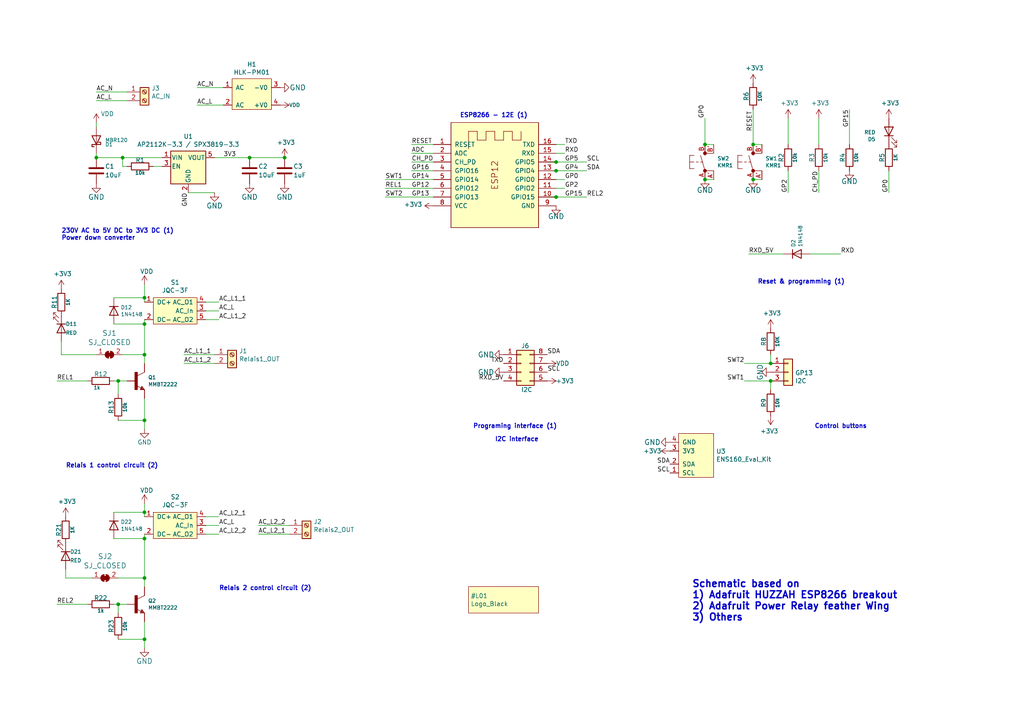
<source format=kicad_sch>
(kicad_sch (version 20230121) (generator eeschema)
  (paper "A4")
  (title_block (title "HSauto") (date "2020-12-21") (rev "6") (company "Chr.Friese"))
  (lib_symbols
    (symbol "AddOn_Tools:AP2127K-3.3-Regulator_Linear" (pin_names (offset 0.254))
      (property "Reference" "U" (at -5.08 5.715 0))
      (property "Value" "AP2127K-3.3-Regulator_Linear" (at 0 5.715 0))
      (symbol "AP2127K-3.3-Regulator_Linear_0_1"
        (rectangle (start -5.08 4.445) (end 5.08 -5.08) (stroke (width 0.254)) (fill (type background)))
      )
      (symbol "AP2127K-3.3-Regulator_Linear_1_1"
        (pin power_in line (at -7.62 2.54 0) (length 2.54) (name "VIN") (number "1"))
        (pin power_in line (at 0 -7.62 90) (length 2.54) (name "GND") (number "2"))
        (pin input line (at -7.62 0 0) (length 2.54) (name "EN") (number "3"))
        (pin no_connect line (at 7.62 0 180) (length 2.54) hide (name "NC") (number "4"))
        (pin power_out line (at 7.62 2.54 180) (length 2.54) (name "VOUT") (number "5"))
      )
    )
    (symbol "AddOn_Tools:ESP8266-12E" (pin_names (offset 1.016))
      (symbol "ESP8266-12E_1_0"
        (rectangle (start -12.7 15.24) (end 12.7 -15.24) (fill (type background)))
        (polyline (pts (xy -12.7 -15.24) (xy -12.7 15.24)))
        (polyline (pts (xy -7.62 7.62) (xy -7.62 12.7)))
        (polyline (pts (xy -7.62 12.7) (xy -5.08 12.7)))
        (polyline (pts (xy -5.08 10.16) (xy -2.54 10.16)))
        (polyline (pts (xy -5.08 12.7) (xy -5.08 10.16)))
        (polyline (pts (xy -2.54 10.16) (xy -2.54 12.7)))
        (polyline (pts (xy -2.54 12.7) (xy 0 12.7)))
        (polyline (pts (xy 0 10.16) (xy 2.54 10.16)))
        (polyline (pts (xy 0 12.7) (xy 0 10.16)))
        (polyline (pts (xy 2.54 10.16) (xy 2.54 12.7)))
        (polyline (pts (xy 2.54 12.7) (xy 5.08 12.7)))
        (polyline (pts (xy 5.08 10.16) (xy 7.62 10.16)))
        (polyline (pts (xy 5.08 12.7) (xy 5.08 10.16)))
        (polyline (pts (xy 7.62 10.16) (xy 7.62 12.7)))
        (polyline (pts (xy 12.7 -15.24) (xy -12.7 -15.24)))
        (polyline (pts (xy 12.7 15.24) (xy 12.7 -15.24)))
        (text "ESP12" (at 0 0 900) (effects (font (size 1.778 1.778))))
        (pin input line (at -17.78 8.89 0) (length 5.08) (name "RESET") (number "1"))
        (pin bidirectional line (at 17.78 -6.35 180) (length 5.08) (name "GPIO15") (number "10"))
        (pin bidirectional line (at 17.78 -3.81 180) (length 5.08) (name "GPIO2") (number "11"))
        (pin bidirectional line (at 17.78 -1.27 180) (length 5.08) (name "GPIO0") (number "12"))
        (pin bidirectional line (at 17.78 1.27 180) (length 5.08) (name "GPIO4") (number "13"))
        (pin bidirectional line (at 17.78 3.81 180) (length 5.08) (name "GPIO5") (number "14"))
        (pin input line (at 17.78 6.35 180) (length 5.08) (name "RXD") (number "15"))
        (pin output line (at 17.78 8.89 180) (length 5.08) (name "TXD") (number "16"))
        (pin passive line (at -17.78 6.35 0) (length 5.08) (name "ADC") (number "2"))
        (pin input line (at -17.78 3.81 0) (length 5.08) (name "CH_PD") (number "3"))
        (pin bidirectional line (at -17.78 1.27 0) (length 5.08) (name "GPIO16") (number "4"))
        (pin bidirectional line (at -17.78 -1.27 0) (length 5.08) (name "GPIO14") (number "5"))
        (pin bidirectional line (at -17.78 -3.81 0) (length 5.08) (name "GPIO12") (number "6"))
        (pin bidirectional line (at -17.78 -6.35 0) (length 5.08) (name "GPIO13") (number "7"))
        (pin power_in line (at -17.78 -8.89 0) (length 5.08) (name "VCC") (number "8"))
        (pin power_in line (at 17.78 -8.89 180) (length 5.08) (name "GND") (number "9"))
      )
    )
    (symbol "AddOn_Tools:HLK-PM01-JQC-3F" (pin_names (offset 1.016))
      (property "Reference" "H" (at 0 0 0))
      (property "Value" "HLK-PM01-JQC-3F" (at 0 0 0))
      (symbol "HLK-PM01-JQC-3F_0_1"
        (rectangle (start -5.08 -1.27) (end 6.35 -10.16) (fill (type background)))
      )
      (symbol "HLK-PM01-JQC-3F_1_1"
        (pin input line (at -7.62 -3.81 0) (length 2.54) (name "AC") (number "1"))
        (pin input line (at -7.62 -8.89 0) (length 2.54) (name "AC") (number "2"))
        (pin output line (at 8.89 -3.81 180) (length 2.54) (name "-V0") (number "3"))
        (pin output line (at 8.89 -8.89 180) (length 2.54) (name "+V0") (number "4"))
      )
    )
    (symbol "AddOn_Tools:HS108_Logo_Black" (power) (pin_names (offset 1.016))
      (property "Reference" "#L01" (at 0.635 1.1684 0))
      (property "Value" "HS108_Logo_Black" (at 0.635 -1.143 0))
      (symbol "HS108_Logo_Black_1_1"
        (rectangle (start 0 3.81) (end 20.32 -3.81) (fill (type background)))
      )
    )
    (symbol "AddOn_Tools:JQC-3F-JQC-3F" (pin_names (offset 1.016))
      (property "Reference" "J" (at 0 0 0))
      (property "Value" "JQC-3F-JQC-3F" (at 0 0 0))
      (symbol "JQC-3F-JQC-3F_0_1"
        (rectangle (start -2.54 -2.54) (end 10.16 -10.16) (fill (type background)))
      )
      (symbol "JQC-3F-JQC-3F_1_1"
        (pin input line (at -5.08 -3.81 0) (length 2.54) (name "DC+") (number "1"))
        (pin input line (at -5.08 -8.89 0) (length 2.54) (name "DC-") (number "2"))
        (pin input line (at 12.7 -6.35 180) (length 2.54) (name "AC_In") (number "3"))
        (pin output line (at 12.7 -3.81 180) (length 2.54) (name "AC_O1") (number "4"))
        (pin output line (at 12.7 -8.89 180) (length 2.54) (name "AC_O2") (number "5"))
      )
    )
    (symbol "AddOn_Tools:MMBT2222" (pin_names (offset 1.016))
      (property "Reference" "Q2" (at 1.0414 1.016 0))
      (property "Value" "MMBT2222" (at 1.0414 -0.9906 0))
      (symbol "MMBT2222_1_0"
        (rectangle (start -2.794 -2.54) (end -2.032 2.54) (fill (type outline)))
        (polyline (pts (xy -1.27 -2.54) (xy -0.762 -1.524)))
        (polyline (pts (xy -1.016 -2.413) (xy -0.254 -2.413)))
        (polyline (pts (xy -1.016 -2.286) (xy -0.635 -2.286)))
        (polyline (pts (xy -0.9906 -2.032) (xy -2.2098 -1.4224)))
        (polyline (pts (xy -0.762 -1.778) (xy -1.016 -2.286)))
        (polyline (pts (xy -0.762 -1.524) (xy 0 -2.54)))
        (polyline (pts (xy -0.635 -2.286) (xy -0.762 -2.032)))
        (polyline (pts (xy -0.254 -2.413) (xy -0.762 -1.778)))
        (polyline (pts (xy 0 -2.54) (xy -1.27 -2.54)))
        (polyline (pts (xy 0 2.54) (xy -2.032 1.524)))
        (pin passive line (at -5.08 0 0) (length 2.54) (name "B") (number "1"))
        (pin passive line (at 0 -5.08 90) (length 2.54) (name "E") (number "2"))
        (pin passive line (at 0 5.08 270) (length 2.54) (name "C") (number "3"))
      )
    )
    (symbol "AddOn_Tools:SWITCH_TACT_SMT4.6X2.8" (pin_names (offset 1.016))
      (property "Reference" "SW" (at -2.54 6.35 0))
      (property "Value" "SWITCH_TACT_SMT4.6X2.8" (at -2.54 -5.08 0))
      (symbol "SWITCH_TACT_SMT4.6X2.8_1_0"
        (circle (center -2.54 0) (radius 0.127) (stroke (width 0.4064)))
        (polyline (pts (xy -2.54 -2.54) (xy -2.54 0)))
        (polyline (pts (xy -2.54 0) (xy 1.905 1.27)))
        (polyline (pts (xy -1.905 4.445) (xy -1.905 3.175)))
        (polyline (pts (xy 0 1.27) (xy 0 0.635)))
        (polyline (pts (xy 0 2.54) (xy 0 1.905)))
        (polyline (pts (xy 0 4.445) (xy -1.905 4.445)))
        (polyline (pts (xy 0 4.445) (xy 0 3.175)))
        (polyline (pts (xy 1.905 0) (xy 2.54 0)))
        (polyline (pts (xy 1.905 4.445) (xy 0 4.445)))
        (polyline (pts (xy 1.905 4.445) (xy 1.905 3.175)))
        (polyline (pts (xy 2.54 -2.54) (xy 2.54 0)))
        (circle (center 2.54 0) (radius 0.127) (stroke (width 0.4064)))
        (pin passive line (at -5.08 0 0) (length 2.54) (name "P") (number "A"))
        (pin passive line (at -5.08 -2.54 0) (length 2.54) (name "P1") (number "A'"))
        (pin passive line (at 5.08 0 180) (length 2.54) (name "S") (number "B"))
        (pin passive line (at 5.08 -2.54 180) (length 2.54) (name "S1") (number "B'"))
      )
    )
    (symbol "AddOn_Tools:ScioSense_ENS160_Eval_Kit" (pin_names (offset 1.016))
      (property "Reference" "U" (at 0 -12.7 0))
      (property "Value" "ScioSense_ENS160_Eval_Kit" (at 1.27 13.97 0))
      (symbol "ScioSense_ENS160_Eval_Kit_0_1"
        (rectangle (start -5.08 -6.35) (end 5.08 6.35) (fill (type background)))
      )
      (symbol "ScioSense_ENS160_Eval_Kit_1_1"
        (pin bidirectional line (at -7.62 -5.08 0) (length 2.54) (name "SCL") (number "1"))
        (pin bidirectional line (at -7.62 -2.54 0) (length 2.54) (name "SDA") (number "2"))
        (pin bidirectional line (at -7.62 1.27 0) (length 2.54) (name "3V3") (number "3"))
        (pin bidirectional line (at -7.62 3.81 0) (length 2.54) (name "GND") (number "4"))
      )
    )
    (symbol "Connector:Screw_Terminal_01x02" (pin_names (offset 1.016) hide)
      (property "Reference" "J" (at 0 2.54 0))
      (property "Value" "Screw_Terminal_01x02" (at 0 -5.08 0))
      (symbol "Screw_Terminal_01x02_1_1"
        (rectangle (start -1.27 1.27) (end 1.27 -3.81) (stroke (width 0.254)) (fill (type background)))
        (circle (center 0 -2.54) (radius 0.635) (stroke (width 0.1524)))
        (polyline (pts (xy -0.5334 -2.2098) (xy 0.3302 -3.048)) (stroke (width 0.1524)))
        (polyline (pts (xy -0.5334 0.3302) (xy 0.3302 -0.508)) (stroke (width 0.1524)))
        (polyline (pts (xy -0.3556 -2.032) (xy 0.508 -2.8702)) (stroke (width 0.1524)))
        (polyline (pts (xy -0.3556 0.508) (xy 0.508 -0.3302)) (stroke (width 0.1524)))
        (circle (center 0 0) (radius 0.635) (stroke (width 0.1524)))
        (pin passive line (at -5.08 0 0) (length 3.81) (name "Pin_1") (number "1"))
        (pin passive line (at -5.08 -2.54 0) (length 3.81) (name "Pin_2") (number "2"))
      )
    )
    (symbol "Connector_Generic:Conn_01x03" (pin_names (offset 1.016) hide)
      (property "Reference" "J" (at 0 5.08 0))
      (property "Value" "Conn_01x03" (at 0 -5.08 0))
      (symbol "Conn_01x03_1_1"
        (rectangle (start -1.27 -2.413) (end 0 -2.667) (stroke (width 0.1524)))
        (rectangle (start -1.27 0.127) (end 0 -0.127) (stroke (width 0.1524)))
        (rectangle (start -1.27 2.667) (end 0 2.413) (stroke (width 0.1524)))
        (rectangle (start -1.27 3.81) (end 1.27 -3.81) (stroke (width 0.254)) (fill (type background)))
        (pin passive line (at -5.08 2.54 0) (length 3.81) (name "Pin_1") (number "1"))
        (pin passive line (at -5.08 0 0) (length 3.81) (name "Pin_2") (number "2"))
        (pin passive line (at -5.08 -2.54 0) (length 3.81) (name "Pin_3") (number "3"))
      )
    )
    (symbol "Connector_Generic:Conn_02x04_Counter_Clockwise" (pin_names (offset 1.016) hide)
      (property "Reference" "J" (at 1.27 5.08 0))
      (property "Value" "Conn_02x04_Counter_Clockwise" (at 1.27 -7.62 0))
      (symbol "Conn_02x04_Counter_Clockwise_1_1"
        (rectangle (start -1.27 -4.953) (end 0 -5.207) (stroke (width 0.1524)))
        (rectangle (start -1.27 -2.413) (end 0 -2.667) (stroke (width 0.1524)))
        (rectangle (start -1.27 0.127) (end 0 -0.127) (stroke (width 0.1524)))
        (rectangle (start -1.27 2.667) (end 0 2.413) (stroke (width 0.1524)))
        (rectangle (start -1.27 3.81) (end 3.81 -6.35) (stroke (width 0.254)) (fill (type background)))
        (rectangle (start 3.81 -4.953) (end 2.54 -5.207) (stroke (width 0.1524)))
        (rectangle (start 3.81 -2.413) (end 2.54 -2.667) (stroke (width 0.1524)))
        (rectangle (start 3.81 0.127) (end 2.54 -0.127) (stroke (width 0.1524)))
        (rectangle (start 3.81 2.667) (end 2.54 2.413) (stroke (width 0.1524)))
        (pin passive line (at -5.08 2.54 0) (length 3.81) (name "Pin_1") (number "1"))
        (pin passive line (at -5.08 0 0) (length 3.81) (name "Pin_2") (number "2"))
        (pin passive line (at -5.08 -2.54 0) (length 3.81) (name "Pin_3") (number "3"))
        (pin passive line (at -5.08 -5.08 0) (length 3.81) (name "Pin_4") (number "4"))
        (pin passive line (at 7.62 -5.08 180) (length 3.81) (name "Pin_5") (number "5"))
        (pin passive line (at 7.62 -2.54 180) (length 3.81) (name "Pin_6") (number "6"))
        (pin passive line (at 7.62 0 180) (length 3.81) (name "Pin_7") (number "7"))
        (pin passive line (at 7.62 2.54 180) (length 3.81) (name "Pin_8") (number "8"))
      )
    )
    (symbol "Device:C" (pin_numbers hide) (pin_names (offset 0.254))
      (property "Reference" "C" (at 0.635 2.54 0))
      (property "Value" "C" (at 0.635 -2.54 0))
      (symbol "C_0_1"
        (polyline (pts (xy -2.032 -0.762) (xy 2.032 -0.762)) (stroke (width 0.508)))
        (polyline (pts (xy -2.032 0.762) (xy 2.032 0.762)) (stroke (width 0.508)))
      )
      (symbol "C_1_1"
        (pin passive line (at 0 3.81 270) (length 2.794) (name "~") (number "1"))
        (pin passive line (at 0 -3.81 90) (length 2.794) (name "~") (number "2"))
      )
    )
    (symbol "Device:D" (pin_numbers hide) (pin_names (offset 1.016) hide)
      (property "Reference" "D" (at 0 2.54 0))
      (property "Value" "D" (at 0 -2.54 0))
      (symbol "D_0_1"
        (polyline (pts (xy -1.27 1.27) (xy -1.27 -1.27)) (stroke (width 0.254)))
        (polyline (pts (xy 1.27 0) (xy -1.27 0)))
        (polyline (pts (xy 1.27 1.27) (xy 1.27 -1.27) (xy -1.27 0) (xy 1.27 1.27)) (stroke (width 0.254)))
      )
      (symbol "D_1_1"
        (pin passive line (at -3.81 0 0) (length 2.54) (name "K") (number "1"))
        (pin passive line (at 3.81 0 180) (length 2.54) (name "A") (number "2"))
      )
    )
    (symbol "Device:D_Schottky" (pin_numbers hide) (pin_names (offset 1.016) hide)
      (property "Reference" "D" (at 0 2.54 0))
      (property "Value" "D_Schottky" (at 0 -2.54 0))
      (symbol "D_Schottky_0_1"
        (polyline (pts (xy 1.27 0) (xy -1.27 0)))
        (polyline (pts (xy 1.27 1.27) (xy 1.27 -1.27) (xy -1.27 0) (xy 1.27 1.27)) (stroke (width 0.254)))
        (polyline (pts (xy -1.905 0.635) (xy -1.905 1.27) (xy -1.27 1.27) (xy -1.27 -1.27) (xy -0.635 -1.27) (xy -0.635 -0.635)) (stroke (width 0.254)))
      )
      (symbol "D_Schottky_1_1"
        (pin passive line (at -3.81 0 0) (length 2.54) (name "K") (number "1"))
        (pin passive line (at 3.81 0 180) (length 2.54) (name "A") (number "2"))
      )
    )
    (symbol "Device:LED" (pin_numbers hide) (pin_names (offset 1.016) hide)
      (property "Reference" "D" (at 0 2.54 0))
      (property "Value" "LED" (at 0 -2.54 0))
      (symbol "LED_0_1"
        (polyline (pts (xy -1.27 -1.27) (xy -1.27 1.27)) (stroke (width 0.254)))
        (polyline (pts (xy -1.27 0) (xy 1.27 0)))
        (polyline (pts (xy 1.27 -1.27) (xy 1.27 1.27) (xy -1.27 0) (xy 1.27 -1.27)) (stroke (width 0.254)))
        (polyline (pts (xy -3.048 -0.762) (xy -4.572 -2.286) (xy -3.81 -2.286) (xy -4.572 -2.286) (xy -4.572 -1.524)))
        (polyline (pts (xy -1.778 -0.762) (xy -3.302 -2.286) (xy -2.54 -2.286) (xy -3.302 -2.286) (xy -3.302 -1.524)))
      )
      (symbol "LED_1_1"
        (pin passive line (at -3.81 0 0) (length 2.54) (name "K") (number "1"))
        (pin passive line (at 3.81 0 180) (length 2.54) (name "A") (number "2"))
      )
    )
    (symbol "Device:R" (pin_numbers hide) (pin_names (offset 0))
      (property "Reference" "R" (at 2.032 0 90))
      (property "Value" "R" (at 0 0 90))
      (symbol "R_0_1"
        (rectangle (start -1.016 -2.54) (end 1.016 2.54) (stroke (width 0.254)))
      )
      (symbol "R_1_1"
        (pin passive line (at 0 3.81 270) (length 1.27) (name "~") (number "1"))
        (pin passive line (at 0 -3.81 90) (length 1.27) (name "~") (number "2"))
      )
    )
    (symbol "Jumper:SolderJumper_2_Bridged" (pin_names (offset 0) hide)
      (property "Reference" "JP" (at 0 2.032 0))
      (property "Value" "SolderJumper_2_Bridged" (at 0 -2.54 0))
      (symbol "SolderJumper_2_Bridged_0_1"
        (rectangle (start -0.508 0.508) (end 0.508 -0.508) (fill (type outline)))
        (arc (start -0.254 1.016) (mid -1.2656 0) (end -0.254 -1.016))
        (arc (start -0.254 1.016) (mid -1.2656 0) (end -0.254 -1.016) (fill (type outline)))
        (polyline (pts (xy -0.254 1.016) (xy -0.254 -1.016)))
        (polyline (pts (xy 0.254 1.016) (xy 0.254 -1.016)))
        (arc (start 0.254 -1.016) (mid 1.2656 0) (end 0.254 1.016))
        (arc (start 0.254 -1.016) (mid 1.2656 0) (end 0.254 1.016) (fill (type outline)))
      )
      (symbol "SolderJumper_2_Bridged_1_1"
        (pin passive line (at -3.81 0 0) (length 2.54) (name "A") (number "1"))
        (pin passive line (at 3.81 0 180) (length 2.54) (name "B") (number "2"))
      )
    )
    (symbol "power:+3V3" (power) (pin_names (offset 0))
      (property "Value" "+3V3" (at 0 3.556 0))
      (symbol "+3V3_0_1"
        (polyline (pts (xy -0.762 1.27) (xy 0 2.54)))
        (polyline (pts (xy 0 0) (xy 0 2.54)))
        (polyline (pts (xy 0 2.54) (xy 0.762 1.27)))
      )
      (symbol "+3V3_1_1"
        (pin power_in line (at 0 0 90) (length 0) hide (name "+3V3") (number "1"))
      )
    )
    (symbol "power:GND" (power) (pin_names (offset 0))
      (property "Value" "GND" (at 0 -3.81 0))
      (symbol "GND_0_1"
        (polyline (pts (xy 0 0) (xy 0 -1.27) (xy 1.27 -1.27) (xy 0 -2.54) (xy -1.27 -1.27) (xy 0 -1.27)))
      )
      (symbol "GND_1_1"
        (pin power_in line (at 0 0 270) (length 0) hide (name "GND") (number "1"))
      )
    )
    (symbol "power:VDD" (power) (pin_names (offset 0))
      (property "Value" "VDD" (at 0 3.81 0))
      (symbol "VDD_0_1"
        (polyline (pts (xy -0.762 1.27) (xy 0 2.54)))
        (polyline (pts (xy 0 0) (xy 0 2.54)))
        (polyline (pts (xy 0 2.54) (xy 0.762 1.27)))
      )
      (symbol "VDD_1_1"
        (pin power_in line (at 0 0 90) (length 0) hide (name "VDD") (number "1"))
      )
    )
  )
  (junction (at 41.91 185.42))
  (junction (at 161.29 57.15))
  (junction (at 41.91 148.59))
  (junction (at 82.55 45.72))
  (junction (at 161.29 49.53))
  (junction (at 41.91 93.98))
  (junction (at 41.91 156.21))
  (junction (at 218.44 52.07))
  (junction (at 35.56 45.72))
  (junction (at 218.44 41.91))
  (junction (at 41.91 86.36))
  (junction (at 41.91 167.64))
  (junction (at 223.52 105.41))
  (junction (at 34.29 175.26))
  (junction (at 34.29 110.49))
  (junction (at 27.94 45.72))
  (junction (at 204.47 41.91))
  (junction (at 41.91 121.92))
  (junction (at 223.52 110.49))
  (junction (at 72.39 45.72))
  (junction (at 41.91 102.87))
  (junction (at 204.47 52.07))
  (junction (at 161.29 46.99))
  (wire (pts (xy 27.94 36.83) (xy 27.94 35.56)))
  (wire (pts (xy 158.75 46.99) (xy 161.29 46.99)))
  (wire (pts (xy 161.29 49.53) (xy 170.18 49.53)))
  (wire (pts (xy 125.73 49.53) (xy 119.38 49.53)))
  (wire (pts (xy 74.93 152.4) (xy 83.82 152.4)))
  (wire (pts (xy 41.91 93.98) (xy 41.91 102.87)))
  (wire (pts (xy 125.73 46.99) (xy 119.38 46.99)))
  (wire (pts (xy 34.29 114.3) (xy 34.29 110.49)))
  (wire (pts (xy 19.05 167.64) (xy 26.67 167.64)))
  (wire (pts (xy 59.69 87.63) (xy 63.5 87.63)))
  (wire (pts (xy 223.52 113.03) (xy 223.52 110.49)))
  (wire (pts (xy 41.91 148.59) (xy 41.91 149.86)))
  (wire (pts (xy 41.91 187.96) (xy 41.91 185.42)))
  (wire (pts (xy 59.69 90.17) (xy 63.5 90.17)))
  (wire (pts (xy 41.91 156.21) (xy 33.02 156.21)))
  (wire (pts (xy 27.94 45.72) (xy 35.56 45.72)))
  (wire (pts (xy 36.83 48.26) (xy 35.56 48.26)))
  (wire (pts (xy 35.56 45.72) (xy 46.99 45.72)))
  (wire (pts (xy 57.15 25.4) (xy 64.77 25.4)))
  (wire (pts (xy 35.56 102.87) (xy 41.91 102.87)))
  (wire (pts (xy 17.78 102.87) (xy 27.94 102.87)))
  (wire (pts (xy 62.23 105.41) (xy 53.34 105.41)))
  (wire (pts (xy 111.76 52.07) (xy 125.73 52.07)))
  (wire (pts (xy 72.39 45.72) (xy 82.55 45.72)))
  (wire (pts (xy 62.23 45.72) (xy 72.39 45.72)))
  (wire (pts (xy 57.15 30.48) (xy 64.77 30.48)))
  (wire (pts (xy 237.49 49.53) (xy 237.49 55.88)))
  (wire (pts (xy 27.94 29.21) (xy 36.83 29.21)))
  (wire (pts (xy 41.91 121.92) (xy 41.91 115.57)))
  (wire (pts (xy 35.56 48.26) (xy 35.56 45.72)))
  (wire (pts (xy 62.23 102.87) (xy 53.34 102.87)))
  (wire (pts (xy 34.29 175.26) (xy 34.29 177.8)))
  (wire (pts (xy 59.69 152.4) (xy 63.5 152.4)))
  (wire (pts (xy 41.91 167.64) (xy 41.91 170.18)))
  (wire (pts (xy 204.47 52.07) (xy 207.01 52.07)))
  (wire (pts (xy 218.44 31.75) (xy 218.44 41.91)))
  (wire (pts (xy 234.95 73.66) (xy 243.84 73.66)))
  (wire (pts (xy 34.29 167.64) (xy 41.91 167.64)))
  (wire (pts (xy 16.51 175.26) (xy 25.4 175.26)))
  (wire (pts (xy 59.69 149.86) (xy 63.5 149.86)))
  (wire (pts (xy 41.91 124.46) (xy 41.91 121.92)))
  (wire (pts (xy 215.9 105.41) (xy 223.52 105.41)))
  (wire (pts (xy 246.38 31.75) (xy 246.38 41.91)))
  (wire (pts (xy 158.75 49.53) (xy 161.29 49.53)))
  (wire (pts (xy 204.47 41.91) (xy 207.01 41.91)))
  (wire (pts (xy 163.83 41.91) (xy 161.29 41.91)))
  (wire (pts (xy 54.61 55.88) (xy 62.23 55.88)))
  (wire (pts (xy 161.29 54.61) (xy 163.83 54.61)))
  (wire (pts (xy 34.29 185.42) (xy 41.91 185.42)))
  (wire (pts (xy 125.73 41.91) (xy 119.38 41.91)))
  (wire (pts (xy 218.44 52.07) (xy 220.98 52.07)))
  (wire (pts (xy 257.81 49.53) (xy 257.81 55.88)))
  (wire (pts (xy 41.91 92.71) (xy 41.91 93.98)))
  (wire (pts (xy 33.02 93.98) (xy 41.91 93.98)))
  (wire (pts (xy 41.91 102.87) (xy 41.91 105.41)))
  (wire (pts (xy 204.47 41.91) (xy 204.47 34.29)))
  (wire (pts (xy 59.69 154.94) (xy 63.5 154.94)))
  (wire (pts (xy 217.17 73.66) (xy 227.33 73.66)))
  (wire (pts (xy 41.91 86.36) (xy 41.91 87.63)))
  (wire (pts (xy 161.29 46.99) (xy 170.18 46.99)))
  (wire (pts (xy 111.76 54.61) (xy 125.73 54.61)))
  (wire (pts (xy 228.6 34.29) (xy 228.6 41.91)))
  (wire (pts (xy 27.94 44.45) (xy 27.94 45.72)))
  (wire (pts (xy 161.29 52.07) (xy 163.83 52.07)))
  (wire (pts (xy 41.91 185.42) (xy 41.91 180.34)))
  (wire (pts (xy 237.49 34.29) (xy 237.49 41.91)))
  (wire (pts (xy 41.91 156.21) (xy 41.91 167.64)))
  (wire (pts (xy 27.94 26.67) (xy 36.83 26.67)))
  (wire (pts (xy 119.38 44.45) (xy 125.73 44.45)))
  (wire (pts (xy 34.29 110.49) (xy 36.83 110.49)))
  (wire (pts (xy 215.9 110.49) (xy 223.52 110.49)))
  (wire (pts (xy 111.76 57.15) (xy 125.73 57.15)))
  (wire (pts (xy 44.45 48.26) (xy 46.99 48.26)))
  (wire (pts (xy 34.29 121.92) (xy 41.91 121.92)))
  (wire (pts (xy 33.02 110.49) (xy 34.29 110.49)))
  (wire (pts (xy 41.91 82.55) (xy 41.91 86.36)))
  (wire (pts (xy 34.29 175.26) (xy 33.02 175.26)))
  (wire (pts (xy 161.29 57.15) (xy 170.18 57.15)))
  (wire (pts (xy 41.91 146.05) (xy 41.91 148.59)))
  (wire (pts (xy 16.51 110.49) (xy 25.4 110.49)))
  (wire (pts (xy 19.05 165.1) (xy 19.05 167.64)))
  (wire (pts (xy 228.6 49.53) (xy 228.6 55.88)))
  (wire (pts (xy 158.75 57.15) (xy 161.29 57.15)))
  (wire (pts (xy 59.69 92.71) (xy 63.5 92.71)))
  (wire (pts (xy 74.93 154.94) (xy 83.82 154.94)))
  (wire (pts (xy 41.91 154.94) (xy 41.91 156.21)))
  (wire (pts (xy 223.52 102.87) (xy 223.52 105.41)))
  (wire (pts (xy 161.29 44.45) (xy 163.83 44.45)))
  (wire (pts (xy 33.02 86.36) (xy 41.91 86.36)))
  (wire (pts (xy 34.29 175.26) (xy 36.83 175.26)))
  (wire (pts (xy 218.44 41.91) (xy 220.98 41.91)))
  (wire (pts (xy 41.91 148.59) (xy 33.02 148.59)))
  (wire (pts (xy 17.78 99.06) (xy 17.78 102.87)))
  (text "Control buttons" (at 236.22 124.46 0) (effects (font (size 1.27 1.27) (thickness 0.254) bold) (justify left bottom)))
  (text "230V AC to 5V DC to 3V3 DC (1)\nPower down converter\n" (at 17.78 69.85 0) (effects (font (size 1.27 1.27) (thickness 0.254) bold) (justify left bottom)))
  (text "Relais 2 control circuit (2)" (at 63.5 171.45 0) (effects (font (size 1.27 1.27) (thickness 0.254) bold) (justify left bottom)))
  (text "Relais 1 control circuit (2)\n" (at 19.05 135.89 0) (effects (font (size 1.27 1.27) (thickness 0.254) bold) (justify left bottom)))
  (text "ESP8266 - 12E (1)" (at 133.35 34.29 0) (effects (font (size 1.27 1.27) (thickness 0.254) bold) (justify left bottom)))
  (text "I2C interface" (at 143.51 128.27 0) (effects (font (size 1.27 1.27) (thickness 0.254) bold) (justify left bottom)))
  (text "Reset & programming (1)\n" (at 219.71 82.55 0) (effects (font (size 1.27 1.27) (thickness 0.254) bold) (justify left bottom)))
  (text "Programing interface (1)" (at 137.16 124.46 0) (effects (font (size 1.27 1.27) (thickness 0.254) bold) (justify left bottom)))
  (text "Schematic based on\n1) Adafruit HUZZAH ESP8266 breakout\n2) Adafruit Power Relay feather Wing\n3) Others" (at 200.66 180.34 0) (effects (font (size 2.0066 2.0066) (thickness 0.4013) bold) (justify left bottom)))
  (label "SWT2" (at 111.76 57.15 0))
  (label "AC_L2_1" (at 63.5 149.86 0))
  (label "AC_L2_2" (at 74.93 152.4 0))
  (label "GP13" (at 119.38 57.15 0))
  (label "REL2" (at 170.18 57.15 0))
  (label "AC_L1_2" (at 53.34 105.41 0))
  (label "GP14" (at 119.38 52.07 0))
  (label "AC_L" (at 57.15 30.48 0))
  (label "SDA" (at 194.31 134.62 180))
  (label "ADC" (at 119.38 44.45 0))
  (label "SWT1" (at 215.9 110.49 180))
  (label "GND" (at 54.61 55.88 270))
  (label "SWT2" (at 215.9 105.41 180))
  (label "RXD_5V" (at 217.17 73.66 0))
  (label "TXD" (at 163.83 41.91 0))
  (label "GP16" (at 119.38 49.53 0))
  (label "RXD" (at 163.83 44.45 0))
  (label "SCL" (at 170.18 46.99 0))
  (label "AC_N" (at 27.94 26.67 0))
  (label "REL1" (at 111.76 54.61 0))
  (label "SDA" (at 158.75 102.87 0))
  (label "SCL" (at 194.31 137.16 180))
  (label "SCL" (at 158.75 107.95 0))
  (label "GP2" (at 228.6 55.88 90))
  (label "GP0" (at 204.47 34.29 90))
  (label "AC_L" (at 27.94 29.21 0))
  (label "CH_PD" (at 119.38 46.99 0))
  (label "GP2" (at 163.83 54.61 0))
  (label "SWT1" (at 111.76 52.07 0))
  (label "RESET" (at 119.38 41.91 0))
  (label "GP0" (at 257.81 55.88 90))
  (label "AC_L2_1" (at 74.93 154.94 0))
  (label "CH_PD" (at 237.49 55.88 90))
  (label "SDA" (at 170.18 49.53 0))
  (label "RXD" (at 243.84 73.66 0))
  (label "GP15" (at 246.38 31.75 270))
  (label "AC_N" (at 57.15 25.4 0))
  (label "AC_L1_2" (at 63.5 92.71 0))
  (label "3V3" (at 64.77 45.72 0))
  (label "GP5" (at 163.83 46.99 0))
  (label "REL2" (at 16.51 175.26 0))
  (label "AC_L1_1" (at 53.34 102.87 0))
  (label "RESET" (at 218.44 38.1 90))
  (label "GP4" (at 163.83 49.53 0))
  (label "RXD_5V" (at 146.05 110.49 180))
  (label "AC_L2_2" (at 63.5 154.94 0))
  (label "AC_L" (at 63.5 152.4 0))
  (label "TXD" (at 146.05 105.41 180))
  (label "REL1" (at 16.51 110.49 0))
  (label "GP15" (at 163.83 57.15 0))
  (label "GP12" (at 119.38 54.61 0))
  (label "AC_L" (at 63.5 90.17 0))
  (label "GP0" (at 163.83 52.07 0))
  (label "AC_L1_1" (at 63.5 87.63 0))
  (symbol (lib_id "AddOn_Tools:JQC-3F-JQC-3F") (at 46.99 83.82 0) (unit 1)
    (property "Reference" "S1" (at 50.8 81.915 0))
    (property "Value" "JQC-3F" (at 50.8 84.2264 0))
    (property "Footprint" "AddOn_Tools:JQC-3F" (effects hide))
  )
  (symbol (lib_id "AddOn_Tools:JQC-3F-JQC-3F") (at 46.99 146.05 0) (unit 1)
    (property "Reference" "S2" (at 50.8 144.145 0))
    (property "Value" "JQC-3F" (at 50.8 146.4564 0))
    (property "Footprint" "AddOn_Tools:JQC-3F" (effects hide))
  )
  (symbol (lib_id "AddOn_Tools:HLK-PM01-JQC-3F") (at 72.39 21.59 0) (unit 1)
    (property "Reference" "H1" (at 73.025 18.669 0))
    (property "Value" "HLK-PM01" (at 73.025 20.9804 0))
    (property "Footprint" "AddOn_Tools:HLK-PM01" (effects hide))
  )
  (symbol (lib_id "Connector:Screw_Terminal_01x02") (at 67.31 102.87 0) (unit 1)
    (property "Reference" "J1" (at 69.342 101.8032 0) (effects (justify left)))
    (property "Value" "Relais1_OUT" (at 69.342 104.1146 0) (effects (justify left)))
    (property "Footprint" "AddOn_Tools:PTSA1,5-2-3,5-Z" (effects hide))
  )
  (symbol (lib_id "Connector:Screw_Terminal_01x02") (at 88.9 152.4 0) (unit 1)
    (property "Reference" "J2" (at 90.932 151.3332 0) (effects (justify left)))
    (property "Value" "Relais2_OUT" (at 90.932 153.6446 0) (effects (justify left)))
    (property "Footprint" "AddOn_Tools:PTSA1,5-2-3,5-Z" (effects hide))
  )
  (symbol (lib_id "AddOn_Tools:AP2127K-3.3-Regulator_Linear") (at 54.61 48.26 0) (unit 1)
    (property "Reference" "U1" (at 54.61 39.5732 0))
    (property "Value" "AP2112K-3.3 / SPX3819-3.3" (at 54.61 41.8846 0))
    (property "Footprint" "Package_TO_SOT_SMD:SOT-23-5" (effects hide))
  )
  (symbol (lib_id "AddOn_Tools:ESP8266-12E") (at 143.51 50.8 0) (unit 1)
    (property "Reference" "X1" (effects hide))
    (property "Value" "ESP-12" (effects hide))
    (property "Footprint" "AddOn_Tools:ESP-12" (effects hide))
  )
  (symbol (lib_id "Device:D") (at 231.14 73.66 0) (unit 1)
    (property "Reference" "D2" (at 230.124 71.6788 90) (effects (font (size 1.0668 1.0668)) (justify left)))
    (property "Value" "1N4148" (at 232.1306 71.6788 90) (effects (font (size 1.0668 1.0668)) (justify left)))
    (property "Footprint" "Diode_SMD:D_SOD-323" (effects hide))
    (property "Sim.Device" "D" (effects hide))
    (property "Sim.Pins" "1=K 2=A" (effects hide))
  )
  (symbol (lib_id "power:GND") (at 161.29 59.69 0) (unit 1)
    (property "Reference" "#GND0101" (effects hide))
    (property "Value" "GND" (at 161.29 62.7634 0) (effects (font (size 1.4986 1.4986))))
  )
  (symbol (lib_id "power:+3V3") (at 125.73 59.69 90) (unit 1)
    (property "Reference" "#PWR0101" (effects hide))
    (property "Value" "+3.3V" (at 122.4788 59.309 90) (effects (justify left)))
  )
  (symbol (lib_id "power:GND") (at 146.05 107.95 270) (unit 1)
    (property "Reference" "#GND0110" (effects hide))
    (property "Value" "GND" (at 140.97 107.95 90) (effects (font (size 1.4986 1.4986))))
  )
  (symbol (lib_id "power:+3V3") (at 158.75 110.49 270) (unit 1)
    (property "Reference" "#PWR0110" (effects hide))
    (property "Value" "+3V3" (at 163.83 110.49 90))
  )
  (symbol (lib_id "power:GND") (at 62.23 55.88 0) (unit 1)
    (property "Reference" "#GND0102" (effects hide))
    (property "Value" "GND" (at 62.23 59.69 0) (effects (font (size 1.4986 1.4986))))
  )
  (symbol (lib_id "power:GND") (at 204.47 52.07 0) (unit 1)
    (property "Reference" "#GND0111" (effects hide))
    (property "Value" "GND" (at 204.47 55.1434 0) (effects (font (size 1.4986 1.4986))))
  )
  (symbol (lib_id "AddOn_Tools:SWITCH_TACT_SMT4.6X2.8") (at 204.47 46.99 90) (unit 1)
    (property "Reference" "SW2" (at 208.0514 45.974 90) (effects (font (size 1.0668 1.0668)) (justify right)))
    (property "Value" "KMR1" (at 208.0514 47.9806 90) (effects (font (size 1.0668 1.0668)) (justify right)))
    (property "Footprint" "AddOn_Tools:BTN_KMR2_4.6X2.8" (effects hide))
  )
  (symbol (lib_id "Device:D_Schottky") (at 27.94 40.64 90) (unit 1)
    (property "Reference" "D1" (at 30.48 41.91 90) (effects (font (size 1.0668 1.0668)) (justify right)))
    (property "Value" "MBR120" (at 30.48 40.64 90) (effects (font (size 1.0668 1.0668)) (justify right)))
    (property "Footprint" "Diode_SMD:D_SOD-123" (effects hide))
  )
  (symbol (lib_id "power:VDD") (at 27.94 35.56 0) (unit 1)
    (property "Reference" "#U0101" (effects hide))
    (property "Value" "VDD" (at 29.21 33.02 0) (effects (justify left)))
  )
  (symbol (lib_id "Device:C") (at 27.94 49.53 0) (unit 1)
    (property "Reference" "C1" (at 30.48 48.26 0) (effects (justify left)))
    (property "Value" "10uF" (at 30.48 50.8 0) (effects (justify left)))
    (property "Footprint" "Capacitor_SMD:C_0805_2012Metric" (effects hide))
  )
  (symbol (lib_id "Device:C") (at 72.39 49.53 0) (unit 1)
    (property "Reference" "C2" (at 74.93 48.26 0) (effects (justify left)))
    (property "Value" "10uF" (at 74.93 50.8 0) (effects (justify left)))
    (property "Footprint" "Capacitor_SMD:C_0805_2012Metric" (effects hide))
  )
  (symbol (lib_id "power:GND") (at 72.39 53.34 0) (unit 1)
    (property "Reference" "#GND0103" (effects hide))
    (property "Value" "GND" (at 72.39 57.15 0) (effects (font (size 1.4986 1.4986))))
  )
  (symbol (lib_id "power:GND") (at 27.94 53.34 0) (unit 1)
    (property "Reference" "#GND0104" (effects hide))
    (property "Value" "GND" (at 27.94 57.15 0) (effects (font (size 1.4986 1.4986))))
  )
  (symbol (lib_id "Device:R") (at 40.64 48.26 90) (unit 1)
    (property "Reference" "R1" (at 40.64 45.72 90) (effects (justify bottom)))
    (property "Value" "10k" (at 40.64 50.8 90) (effects (font (size 1.016 1.016) bold) (justify top)))
    (property "Footprint" "Resistor_SMD:R_0805_2012Metric" (effects hide))
  )
  (symbol (lib_id "Connector:Screw_Terminal_01x02") (at 41.91 26.67 0) (unit 1)
    (property "Reference" "J3" (at 43.942 25.6032 0) (effects (justify left)))
    (property "Value" "AC_IN" (at 43.942 27.9146 0) (effects (justify left)))
    (property "Footprint" "AddOn_Tools:PTSA1,5-2-3,5-Z" (effects hide))
  )
  (symbol (lib_id "power:GND") (at 41.91 124.46 0) (unit 1)
    (property "Reference" "#GND0105" (effects hide))
    (property "Value" "GND" (at 41.91 128.27 0))
  )
  (symbol (lib_id "power:GND") (at 41.91 187.96 0) (unit 1)
    (property "Reference" "#GND0106" (effects hide))
    (property "Value" "GND" (at 41.91 191.77 0) (effects (font (size 1.4986 1.4986))))
  )
  (symbol (lib_id "Device:R") (at 257.81 45.72 0) (unit 1)
    (property "Reference" "R5" (at 256.54 45.72 90) (effects (justify bottom)))
    (property "Value" "1K" (at 259.08 45.72 90) (effects (font (size 1.016 1.016) bold) (justify top)))
    (property "Footprint" "Resistor_SMD:R_0805_2012Metric" (effects hide))
  )
  (symbol (lib_id "Device:R") (at 218.44 27.94 0) (unit 1)
    (property "Reference" "R6" (at 217.17 27.94 90) (effects (justify bottom)))
    (property "Value" "10K" (at 219.71 27.94 90) (effects (font (size 1.016 1.016) bold) (justify top)))
    (property "Footprint" "Resistor_SMD:R_0805_2012Metric" (effects hide))
  )
  (symbol (lib_id "Device:R") (at 228.6 45.72 0) (unit 1)
    (property "Reference" "R2" (at 227.33 45.72 90) (effects (justify bottom)))
    (property "Value" "10k" (at 229.87 45.72 90) (effects (font (size 1.016 1.016) bold) (justify top)))
    (property "Footprint" "Resistor_SMD:R_0805_2012Metric" (effects hide))
  )
  (symbol (lib_id "Device:R") (at 237.49 45.72 0) (unit 1)
    (property "Reference" "R3" (at 236.22 45.72 90) (effects (justify bottom)))
    (property "Value" "10k" (at 238.76 45.72 90) (effects (font (size 1.016 1.016) bold) (justify top)))
    (property "Footprint" "Resistor_SMD:R_0805_2012Metric" (effects hide))
  )
  (symbol (lib_id "Device:R") (at 246.38 45.72 0) (unit 1)
    (property "Reference" "R4" (at 245.11 45.72 90) (effects (justify bottom)))
    (property "Value" "10k" (at 247.65 45.72 90) (effects (font (size 1.016 1.016) bold) (justify top)))
    (property "Footprint" "Resistor_SMD:R_0805_2012Metric" (effects hide))
  )
  (symbol (lib_id "Device:LED") (at 257.81 38.1 90) (unit 1)
    (property "Reference" "D5" (at 253.9492 40.386 90) (effects (font (size 1.0668 1.0668)) (justify left)))
    (property "Value" "RED" (at 253.9492 38.3794 90) (effects (font (size 1.0668 1.0668)) (justify left)))
    (property "Footprint" "LED_SMD:LED_0805_2012Metric" (effects hide))
  )
  (symbol (lib_id "power:+3V3") (at 257.81 34.29 0) (unit 1)
    (property "Reference" "#PWR0104" (effects hide))
    (property "Value" "+3V3" (at 258.191 29.8958 0))
  )
  (symbol (lib_id "power:+3V3") (at 237.49 34.29 0) (unit 1)
    (property "Reference" "#PWR0105" (effects hide))
    (property "Value" "+3V3" (at 237.871 29.8958 0))
  )
  (symbol (lib_id "power:+3V3") (at 228.6 34.29 0) (unit 1)
    (property "Reference" "#PWR0106" (effects hide))
    (property "Value" "+3V3" (at 228.981 29.8958 0))
  )
  (symbol (lib_id "power:+3V3") (at 218.44 24.13 0) (unit 1)
    (property "Reference" "#PWR0107" (effects hide))
    (property "Value" "+3V3" (at 218.821 19.7358 0))
  )
  (symbol (lib_id "power:GND") (at 246.38 49.53 0) (unit 1)
    (property "Reference" "#GND0107" (effects hide))
    (property "Value" "GND" (at 246.38 52.6034 0) (effects (font (size 1.4986 1.4986))))
  )
  (symbol (lib_id "power:GND") (at 218.44 52.07 0) (unit 1)
    (property "Reference" "#GND0108" (effects hide))
    (property "Value" "GND" (at 218.44 55.1434 0) (effects (font (size 1.4986 1.4986))))
  )
  (symbol (lib_id "AddOn_Tools:SWITCH_TACT_SMT4.6X2.8") (at 218.44 46.99 90) (unit 1)
    (property "Reference" "SW1" (at 222.0214 45.974 90) (effects (font (size 1.0668 1.0668)) (justify right)))
    (property "Value" "KMR1" (at 222.0214 47.9806 90) (effects (font (size 1.0668 1.0668)) (justify right)))
    (property "Footprint" "AddOn_Tools:BTN_KMR2_4.6X2.8" (effects hide))
  )
  (symbol (lib_id "power:VDD") (at 158.75 105.41 270) (unit 1)
    (property "Reference" "#U0102" (effects hide))
    (property "Value" "VDD" (at 161.29 105.41 90) (effects (justify left)))
  )
  (symbol (lib_id "power:GND") (at 146.05 102.87 270) (unit 1)
    (property "Reference" "#GND0109" (effects hide))
    (property "Value" "GND" (at 140.97 102.87 90) (effects (font (size 1.4986 1.4986))))
  )
  (symbol (lib_id "Device:D") (at 33.02 90.17 270) (unit 1)
    (property "Reference" "D12" (at 35.0012 89.154 90) (effects (font (size 1.0668 1.0668)) (justify left)))
    (property "Value" "1N4148" (at 35.0012 91.1606 90) (effects (font (size 1.0668 1.0668)) (justify left)))
    (property "Footprint" "Diode_SMD:D_SOD-323" (effects hide))
    (property "Sim.Device" "D" (effects hide))
    (property "Sim.Pins" "1=K 2=A" (effects hide))
  )
  (symbol (lib_id "Device:D") (at 33.02 152.4 270) (unit 1)
    (property "Reference" "D22" (at 35.0012 151.384 90) (effects (font (size 1.0668 1.0668)) (justify left)))
    (property "Value" "1N4148" (at 35.0012 153.3906 90) (effects (font (size 1.0668 1.0668)) (justify left)))
    (property "Footprint" "Diode_SMD:D_SOD-323" (effects hide))
    (property "Sim.Device" "D" (effects hide))
    (property "Sim.Pins" "1=K 2=A" (effects hide))
  )
  (symbol (lib_id "AddOn_Tools:MMBT2222") (at 41.91 175.26 0) (unit 1)
    (property "Reference" "Q2" (at 42.9514 174.244 0) (effects (font (size 1.0668 1.0668)) (justify left)))
    (property "Value" "MMBT2222" (at 42.9514 176.2506 0) (effects (font (size 1.0668 1.0668)) (justify left)))
    (property "Footprint" "Package_TO_SOT_SMD:SOT-23" (effects hide))
  )
  (symbol (lib_id "AddOn_Tools:MMBT2222") (at 41.91 110.49 0) (unit 1)
    (property "Reference" "Q1" (at 42.9514 109.474 0) (effects (font (size 1.0668 1.0668)) (justify left)))
    (property "Value" "MMBT2222" (at 42.9514 111.4806 0) (effects (font (size 1.0668 1.0668)) (justify left)))
    (property "Footprint" "Package_TO_SOT_SMD:SOT-23" (effects hide))
  )
  (symbol (lib_id "Device:R") (at 29.21 175.26 90) (unit 1)
    (property "Reference" "R22" (at 29.21 172.72 90) (effects (justify bottom)))
    (property "Value" "1k" (at 29.21 177.8 90) (effects (font (size 1.016 1.016) bold) (justify top)))
    (property "Footprint" "Resistor_SMD:R_0805_2012Metric" (effects hide))
  )
  (symbol (lib_id "Device:R") (at 29.21 110.49 90) (unit 1)
    (property "Reference" "R12" (at 29.21 109.22 90) (effects (justify top)))
    (property "Value" "1k" (at 29.21 111.76 90) (effects (font (size 1.016 1.016) bold) (justify left bottom)))
    (property "Footprint" "Resistor_SMD:R_0805_2012Metric" (effects hide))
  )
  (symbol (lib_id "Device:R") (at 34.29 118.11 0) (unit 1)
    (property "Reference" "R13" (at 33.02 118.11 90) (effects (justify bottom)))
    (property "Value" "10k" (at 35.56 118.11 90) (effects (font (size 1.016 1.016) bold) (justify top)))
    (property "Footprint" "Resistor_SMD:R_0805_2012Metric" (effects hide))
  )
  (symbol (lib_id "Device:R") (at 34.29 181.61 0) (unit 1)
    (property "Reference" "R23" (at 33.02 181.61 90) (effects (justify bottom)))
    (property "Value" "10k" (at 35.56 181.61 90) (effects (font (size 1.016 1.016) bold) (justify top)))
    (property "Footprint" "Resistor_SMD:R_0805_2012Metric" (effects hide))
  )
  (symbol (lib_id "Device:R") (at 17.78 87.63 0) (unit 1)
    (property "Reference" "R11" (at 16.51 87.63 90) (effects (justify bottom)))
    (property "Value" "1K" (at 19.05 87.63 90) (effects (font (size 1.016 1.016) bold) (justify top)))
    (property "Footprint" "Resistor_SMD:R_0805_2012Metric" (effects hide))
  )
  (symbol (lib_id "Device:LED") (at 17.78 95.25 270) (unit 1)
    (property "Reference" "D11" (at 19.05 93.98 90) (effects (font (size 1.0668 1.0668)) (justify left)))
    (property "Value" "RED" (at 19.05 96.52 90) (effects (font (size 1.0668 1.0668)) (justify left)))
    (property "Footprint" "LED_SMD:LED_0805_2012Metric" (effects hide))
  )
  (symbol (lib_id "power:+3V3") (at 17.78 83.82 0) (unit 1)
    (property "Reference" "#PWR0115" (effects hide))
    (property "Value" "+3V3" (at 18.161 79.4258 0))
  )
  (symbol (lib_id "Device:R") (at 19.05 153.67 0) (unit 1)
    (property "Reference" "R21" (at 17.78 153.67 90) (effects (justify bottom)))
    (property "Value" "1K" (at 20.32 153.67 90) (effects (font (size 1.016 1.016) bold) (justify top)))
    (property "Footprint" "Resistor_SMD:R_0805_2012Metric" (effects hide))
  )
  (symbol (lib_id "Device:LED") (at 19.05 161.29 270) (unit 1)
    (property "Reference" "D21" (at 20.32 160.02 90) (effects (font (size 1.0668 1.0668)) (justify left)))
    (property "Value" "RED" (at 20.32 162.56 90) (effects (font (size 1.0668 1.0668)) (justify left)))
    (property "Footprint" "LED_SMD:LED_0805_2012Metric" (effects hide))
  )
  (symbol (lib_id "power:+3V3") (at 19.05 149.86 0) (unit 1)
    (property "Reference" "#PWR0116" (effects hide))
    (property "Value" "+3V3" (at 19.431 145.4658 0))
  )
  (symbol (lib_id "Jumper:SolderJumper_2_Bridged") (at 30.48 167.64 0) (unit 1)
    (property "Reference" "SJ2" (at 30.48 161.3916 0) (effects (font (size 1.4986 1.4986))))
    (property "Value" "SJ_CLOSED" (at 30.48 164.0586 0) (effects (font (size 1.4986 1.4986))))
    (property "Footprint" "Jumper:SolderJumper-2_P1.3mm_Bridged_RoundedPad1.0x1.5mm" (effects hide))
  )
  (symbol (lib_id "Jumper:SolderJumper_2_Bridged") (at 31.75 102.87 0) (unit 1)
    (property "Reference" "SJ1" (at 31.75 96.6216 0) (effects (font (size 1.4986 1.4986))))
    (property "Value" "SJ_CLOSED" (at 31.75 99.2886 0) (effects (font (size 1.4986 1.4986))))
    (property "Footprint" "Jumper:SolderJumper-2_P1.3mm_Bridged_RoundedPad1.0x1.5mm" (effects hide))
  )
  (symbol (lib_id "power:GND") (at 223.52 107.95 270) (unit 1)
    (property "Reference" "#GND0112" (effects hide))
    (property "Value" "GND" (at 220.4466 107.95 0) (effects (font (size 1.4986 1.4986))))
  )
  (symbol (lib_id "Connector_Generic:Conn_02x04_Counter_Clockwise") (at 151.13 105.41 0) (unit 1)
    (property "Reference" "J6" (at 151.13 100.33 0) (effects (justify left)))
    (property "Value" "I2C" (at 151.13 113.03 0) (effects (justify left)))
    (property "Footprint" "Connector_PinHeader_2.54mm:PinHeader_2x04_P2.54mm_Vertical" (effects hide))
  )
  (symbol (lib_id "Connector_Generic:Conn_01x03") (at 228.6 107.95 0) (unit 1)
    (property "Reference" "GP13" (at 230.632 108.1532 0) (effects (justify left)))
    (property "Value" "I2C" (at 230.632 110.4646 0) (effects (justify left)))
    (property "Footprint" "Connector_PinHeader_2.54mm:PinHeader_1x03_P2.54mm_Vertical" (effects hide))
  )
  (symbol (lib_id "Device:R") (at 223.52 99.06 0) (unit 1)
    (property "Reference" "R8" (at 222.25 99.06 90) (effects (justify bottom)))
    (property "Value" "10K" (at 224.79 99.06 90) (effects (font (size 1.016 1.016) bold) (justify top)))
    (property "Footprint" "Resistor_SMD:R_0805_2012Metric" (effects hide))
  )
  (symbol (lib_id "Device:R") (at 223.52 116.84 0) (unit 1)
    (property "Reference" "R9" (at 222.25 116.84 90) (effects (justify bottom)))
    (property "Value" "10k" (at 224.79 116.84 90) (effects (font (size 1.016 1.016) bold) (justify top)))
    (property "Footprint" "Resistor_SMD:R_0805_2012Metric" (effects hide))
  )
  (symbol (lib_id "power:+3V3") (at 223.52 95.25 0) (unit 1)
    (property "Reference" "#PWR0112" (effects hide))
    (property "Value" "+3V3" (at 223.901 90.8558 0))
  )
  (symbol (lib_id "power:+3V3") (at 223.52 120.65 180) (unit 1)
    (property "Reference" "#PWR0113" (effects hide))
    (property "Value" "+3V3" (at 223.139 125.0442 0))
  )
  (symbol (lib_id "AddOn_Tools:HS108_Logo_Black") (at 135.89 173.99 0) (unit 1)
    (property "Reference" "#L01" (at 136.525 172.8216 0) (effects (justify left)))
    (property "Value" "Logo_Black" (at 136.525 175.133 0) (effects (justify left)))
    (property "Footprint" "AddOn_Tools:Logo_black" (effects hide))
  )
  (symbol (lib_id "Device:C") (at 82.55 49.53 0) (unit 1)
    (property "Reference" "C3" (at 85.09 48.26 0) (effects (justify left)))
    (property "Value" "1uF" (at 85.09 50.8 0) (effects (justify left)))
    (property "Footprint" "Capacitor_SMD:C_0805_2012Metric" (effects hide))
  )
  (symbol (lib_id "power:GND") (at 82.55 53.34 0) (unit 1)
    (property "Reference" "#GND0113" (effects hide))
    (property "Value" "GND" (at 82.55 57.15 0) (effects (font (size 1.4986 1.4986))))
  )
  (symbol (lib_id "power:+3V3") (at 82.55 45.72 0) (unit 1)
    (property "Reference" "#PWR0102" (effects hide))
    (property "Value" "+3V3" (at 82.931 41.3258 0))
  )
  (symbol (lib_id "AddOn_Tools:ScioSense_ENS160_Eval_Kit") (at 201.93 132.08 0) (unit 1)
    (property "Reference" "U3" (at 207.7212 130.9116 0) (effects (justify left)))
    (property "Value" "ENS160_Eval_Kit" (at 207.7212 133.223 0) (effects (justify left)))
    (property "Footprint" "AddOn_Tools:ScioSense_ENS16x_EvalKit" (effects hide))
  )
  (symbol (lib_id "power:VDD") (at 81.28 30.48 270) (unit 1)
    (property "Reference" "#U0103" (effects hide))
    (property "Value" "VDD" (at 83.82 30.48 90) (effects (font (size 1.0668 1.0668)) (justify left)))
  )
  (symbol (lib_id "power:GND") (at 81.28 25.4 90) (unit 1)
    (property "Reference" "#GND0114" (effects hide))
    (property "Value" "GND" (at 86.36 25.4 90) (effects (font (size 1.4986 1.4986))))
  )
  (symbol (lib_id "power:VDD") (at 41.91 82.55 0) (unit 1)
    (property "Reference" "#U0104" (effects hide))
    (property "Value" "VDD" (at 40.64 78.74 0) (effects (justify left)))
  )
  (symbol (lib_id "power:VDD") (at 41.91 146.05 0) (unit 1)
    (property "Reference" "#U0105" (effects hide))
    (property "Value" "VDD" (at 40.64 142.24 0) (effects (justify left)))
  )
  (symbol (lib_id "power:GND") (at 194.31 128.27 270) (unit 1)
    (property "Reference" "#GND0115" (effects hide))
    (property "Value" "GND" (at 189.23 128.27 90) (effects (font (size 1.4986 1.4986))))
  )
  (symbol (lib_id "power:+3V3") (at 194.31 130.81 90) (unit 1)
    (property "Reference" "#PWR0103" (effects hide))
    (property "Value" "+3V3" (at 189.23 130.81 90))
  )
)
</source>
